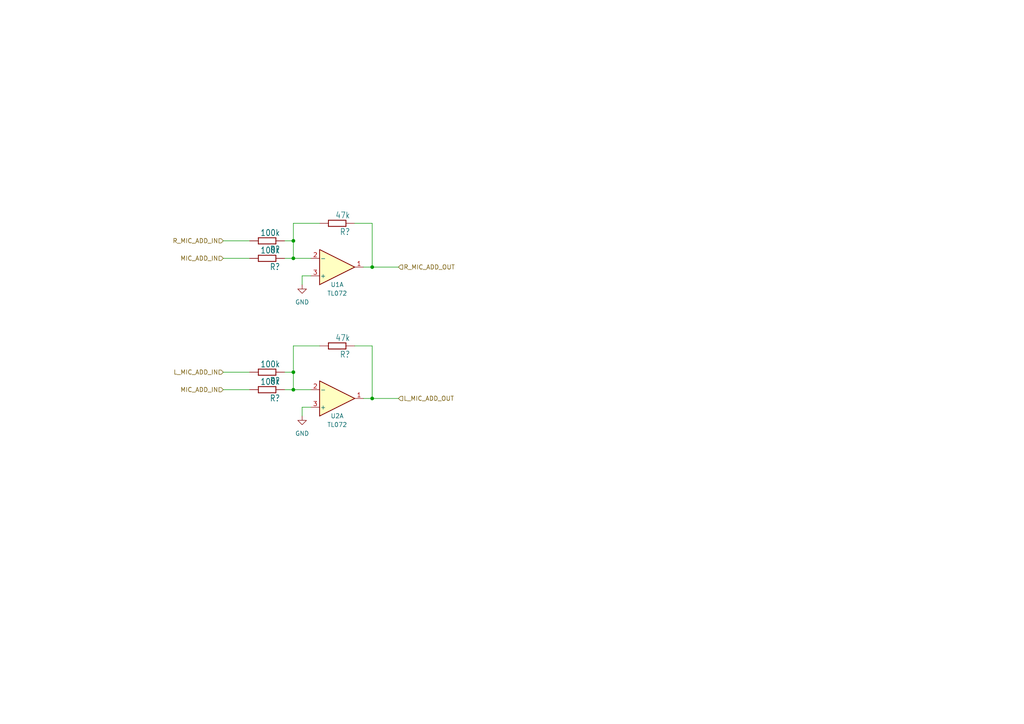
<source format=kicad_sch>
(kicad_sch (version 20211123) (generator eeschema)
  (paper "A4")
  (lib_symbols
    (symbol "Amplifier_Operational:TL072" (pin_names (offset 0.127))
      (property "Reference" "U" (at 0 5.08 0))
      (property "Value" "TL072" (at 0 -5.08 0))
      (symbol "TL072_1_1"
        (polyline (pts (xy -5.08 5.08) (xy 5.08 0) (xy -5.08 -5.08) (xy -5.08 5.08)) (stroke (width 0.254)) (fill (type background)))
        (pin output line (at 7.62 0 180) (length 2.54) (name "~") (number "1"))
        (pin input line (at -7.62 -2.54 0) (length 2.54) (name "-") (number "2"))
        (pin input line (at -7.62 2.54 0) (length 2.54) (name "+") (number "3"))
      )
      (symbol "TL072_2_1"
        (polyline (pts (xy -5.08 5.08) (xy 5.08 0) (xy -5.08 -5.08) (xy -5.08 5.08)) (stroke (width 0.254)) (fill (type background)))
        (pin input line (at -7.62 2.54 0) (length 2.54) (name "+") (number "5"))
        (pin input line (at -7.62 -2.54 0) (length 2.54) (name "-") (number "6"))
        (pin output line (at 7.62 0 180) (length 2.54) (name "~") (number "7"))
      )
      (symbol "TL072_3_1"
        (pin power_in line (at -2.54 -7.62 90) (length 3.81) (name "V-") (number "4"))
        (pin power_in line (at -2.54 7.62 270) (length 3.81) (name "V+") (number "8"))
      )
    )
    (symbol "Steuerungsmodul-eagle-import:R-EU_M0805"
      (property "Reference" "R" (at -3.81 1.4986 0))
      (property "Value" "R-EU_M0805" (at -3.81 -3.302 0))
      (symbol "R-EU_M0805_1_0"
        (polyline (pts (xy -2.54 -0.889) (xy -2.54 0.889)) (stroke (width 0.254)))
        (polyline (pts (xy -2.54 -0.889) (xy 2.54 -0.889)) (stroke (width 0.254)))
        (polyline (pts (xy 2.54 -0.889) (xy 2.54 0.889)) (stroke (width 0.254)))
        (polyline (pts (xy 2.54 0.889) (xy -2.54 0.889)) (stroke (width 0.254)))
        (pin passive line (at -5.08 0 0) (length 2.54) (name "1") (number "1"))
        (pin passive line (at 5.08 0 180) (length 2.54) (name "2") (number "2"))
      )
    )
    (symbol "power:GND" (power) (pin_names (offset 0))
      (property "Value" "GND" (at 0 -3.81 0))
      (symbol "GND_0_1"
        (polyline (pts (xy 0 0) (xy 0 -1.27) (xy 1.27 -1.27) (xy 0 -2.54) (xy -1.27 -1.27) (xy 0 -1.27)))
      )
      (symbol "GND_1_1"
        (pin power_in line (at 0 0 270) (length 0) hide (name "GND") (number "1"))
      )
    )
  )
  (junction (at 85.09 69.85))
  (junction (at 85.09 74.93))
  (junction (at 107.95 115.57))
  (junction (at 85.09 107.95))
  (junction (at 85.09 113.03))
  (junction (at 107.95 77.47))
  (wire (pts (xy 72.39 69.85) (xy 64.77 69.85)))
  (wire (pts (xy 82.55 74.93) (xy 85.09 74.93)))
  (wire (pts (xy 87.63 118.11) (xy 87.63 120.65)))
  (wire (pts (xy 107.95 77.47) (xy 115.57 77.47)))
  (wire (pts (xy 72.39 74.93) (xy 64.77 74.93)))
  (wire (pts (xy 85.09 69.85) (xy 85.09 74.93)))
  (wire (pts (xy 90.17 80.01) (xy 87.63 80.01)))
  (wire (pts (xy 90.17 74.93) (xy 85.09 74.93)))
  (wire (pts (xy 107.95 115.57) (xy 115.57 115.57)))
  (wire (pts (xy 102.87 100.33) (xy 107.95 100.33)))
  (wire (pts (xy 85.09 69.85) (xy 82.55 69.85)))
  (wire (pts (xy 82.55 107.95) (xy 85.09 107.95)))
  (wire (pts (xy 105.41 115.57) (xy 107.95 115.57)))
  (wire (pts (xy 107.95 100.33) (xy 107.95 115.57)))
  (wire (pts (xy 90.17 113.03) (xy 85.09 113.03)))
  (wire (pts (xy 85.09 100.33) (xy 85.09 107.95)))
  (wire (pts (xy 92.71 100.33) (xy 85.09 100.33)))
  (wire (pts (xy 72.39 113.03) (xy 64.77 113.03)))
  (wire (pts (xy 72.39 107.95) (xy 64.77 107.95)))
  (wire (pts (xy 107.95 77.47) (xy 107.95 64.77)))
  (wire (pts (xy 87.63 82.55) (xy 87.63 80.01)))
  (wire (pts (xy 85.09 107.95) (xy 85.09 113.03)))
  (wire (pts (xy 85.09 64.77) (xy 85.09 69.85)))
  (wire (pts (xy 92.71 64.77) (xy 85.09 64.77)))
  (wire (pts (xy 82.55 113.03) (xy 85.09 113.03)))
  (wire (pts (xy 90.17 118.11) (xy 87.63 118.11)))
  (wire (pts (xy 105.41 77.47) (xy 107.95 77.47)))
  (wire (pts (xy 107.95 64.77) (xy 102.87 64.77)))
  (hierarchical_label "L_MIC_ADD_IN" (shape input) (at 64.77 107.95 180))
  (hierarchical_label "MIC_ADD_IN" (shape input) (at 64.77 113.03 180))
  (hierarchical_label "R_MIC_ADD_IN" (shape input) (at 64.77 69.85 180))
  (hierarchical_label "R_MIC_ADD_OUT" (shape input) (at 115.57 77.47 0))
  (hierarchical_label "L_MIC_ADD_OUT" (shape input) (at 115.57 115.57 0))
  (hierarchical_label "MIC_ADD_IN" (shape input) (at 64.77 74.93 180))
  (symbol (lib_id "Amplifier_Operational:TL072") (at 97.79 77.47 0) (mirror x) (unit 1)
    (property "Reference" "U1" (at 97.79 82.55 0))
    (property "Value" "TL072" (at 97.79 85.09 0))
    (property "Datasheet" "http://www.ti.com/lit/ds/symlink/tl071.pdf" (effects hide))
  )
  (symbol (lib_id "Steuerungsmodul-eagle-import:R-EU_M0805") (at 77.47 113.03 180) (unit 1)
    (property "Reference" "R?" (at 81.28 114.5286 0) (effects (font (size 1.778 1.5113)) (justify left bottom)))
    (property "Value" "100k" (at 81.28 109.728 0) (effects (font (size 1.778 1.5113)) (justify left bottom)))
    (property "Footprint" "Steuerungsmodul:M0805" (effects hide))
  )
  (symbol (lib_id "power:GND") (at 87.63 82.55 0) (unit 1)
    (property "Reference" "#PWR?" (effects hide))
    (property "Value" "GND" (at 87.63 87.63 0))
  )
  (symbol (lib_id "Steuerungsmodul-eagle-import:R-EU_M0805") (at 97.79 100.33 180) (unit 1)
    (property "Reference" "R?" (at 101.6 101.8286 0) (effects (font (size 1.778 1.5113)) (justify left bottom)))
    (property "Value" "47k" (at 101.6 97.028 0) (effects (font (size 1.778 1.5113)) (justify left bottom)))
    (property "Footprint" "Steuerungsmodul:M0805" (effects hide))
  )
  (symbol (lib_id "power:GND") (at 87.63 120.65 0) (unit 1)
    (property "Reference" "#PWR?" (effects hide))
    (property "Value" "GND" (at 87.63 125.73 0))
  )
  (symbol (lib_id "Steuerungsmodul-eagle-import:R-EU_M0805") (at 77.47 74.93 180) (unit 1)
    (property "Reference" "R?" (at 81.28 76.4286 0) (effects (font (size 1.778 1.5113)) (justify left bottom)))
    (property "Value" "100k" (at 81.28 71.628 0) (effects (font (size 1.778 1.5113)) (justify left bottom)))
    (property "Footprint" "Steuerungsmodul:M0805" (effects hide))
  )
  (symbol (lib_id "Steuerungsmodul-eagle-import:R-EU_M0805") (at 77.47 69.85 180) (unit 1)
    (property "Reference" "R?" (at 81.28 71.3486 0) (effects (font (size 1.778 1.5113)) (justify left bottom)))
    (property "Value" "100k" (at 81.28 66.548 0) (effects (font (size 1.778 1.5113)) (justify left bottom)))
    (property "Footprint" "Steuerungsmodul:M0805" (effects hide))
  )
  (symbol (lib_id "Amplifier_Operational:TL072") (at 97.79 115.57 0) (mirror x) (unit 1)
    (property "Reference" "U2" (at 97.79 120.65 0))
    (property "Value" "TL072" (at 97.79 123.19 0))
    (property "Datasheet" "http://www.ti.com/lit/ds/symlink/tl071.pdf" (effects hide))
  )
  (symbol (lib_id "Steuerungsmodul-eagle-import:R-EU_M0805") (at 77.47 107.95 180) (unit 1)
    (property "Reference" "R?" (at 81.28 109.4486 0) (effects (font (size 1.778 1.5113)) (justify left bottom)))
    (property "Value" "100k" (at 81.28 104.648 0) (effects (font (size 1.778 1.5113)) (justify left bottom)))
    (property "Footprint" "Steuerungsmodul:M0805" (effects hide))
  )
  (symbol (lib_id "Steuerungsmodul-eagle-import:R-EU_M0805") (at 97.79 64.77 180) (unit 1)
    (property "Reference" "R?" (at 101.6 66.2686 0) (effects (font (size 1.778 1.5113)) (justify left bottom)))
    (property "Value" "47k" (at 101.6 61.468 0) (effects (font (size 1.778 1.5113)) (justify left bottom)))
    (property "Footprint" "Steuerungsmodul:M0805" (effects hide))
  )
)
</source>
